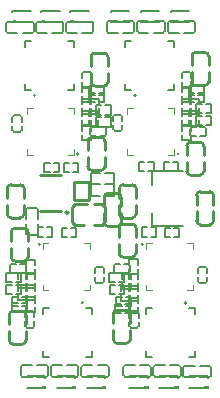
<source format=gto>
G04 Layer: TopSilkscreenLayer*
G04 EasyEDA v6.5.22, 2023-04-03 13:48:28*
G04 438ef6ab04534b949e8f413d785863a0,3cec5f453c3247449836eb28e2eac2c3,10*
G04 Gerber Generator version 0.2*
G04 Scale: 100 percent, Rotated: No, Reflected: No *
G04 Dimensions in inches *
G04 leading zeros omitted , absolute positions ,3 integer and 6 decimal *
%FSLAX36Y36*%
%MOIN*%

%ADD10C,0.0060*%
%ADD11C,0.0100*%
%ADD12C,0.0040*%
%ADD13C,0.0060*%
%ADD14C,0.0039*%
%ADD15C,0.0059*%
%ADD16C,0.0137*%

%LPD*%
G36*
X84380Y1385740D02*
G01*
X84380Y1377080D01*
X96380Y1377080D01*
X96380Y1385740D01*
G37*
G36*
X85960Y1350920D02*
G01*
X85960Y1342260D01*
X97960Y1342260D01*
X97960Y1350920D01*
G37*
G36*
X180380Y1385740D02*
G01*
X180380Y1377080D01*
X192380Y1377080D01*
X192380Y1385740D01*
G37*
G36*
X181960Y1350920D02*
G01*
X181960Y1342260D01*
X193960Y1342260D01*
X193960Y1350920D01*
G37*
G36*
X276380Y1385740D02*
G01*
X276380Y1377080D01*
X288380Y1377080D01*
X288380Y1385740D01*
G37*
G36*
X277960Y1350920D02*
G01*
X277960Y1342260D01*
X289960Y1342260D01*
X289960Y1350920D01*
G37*
G36*
X412380Y1385740D02*
G01*
X412380Y1377080D01*
X424380Y1377080D01*
X424380Y1385740D01*
G37*
G36*
X413960Y1350920D02*
G01*
X413960Y1342260D01*
X425959Y1342260D01*
X425959Y1350920D01*
G37*
G36*
X512380Y1385740D02*
G01*
X512380Y1377080D01*
X524380Y1377080D01*
X524380Y1385740D01*
G37*
G36*
X513960Y1350920D02*
G01*
X513960Y1342260D01*
X525960Y1342260D01*
X525960Y1350920D01*
G37*
G36*
X612380Y1385740D02*
G01*
X612380Y1377080D01*
X624380Y1377080D01*
X624380Y1385740D01*
G37*
G36*
X613960Y1350920D02*
G01*
X613960Y1342260D01*
X625960Y1342260D01*
X625960Y1350920D01*
G37*
G36*
X724620Y131920D02*
G01*
X724620Y123260D01*
X736620Y123260D01*
X736620Y131920D01*
G37*
G36*
X723040Y166740D02*
G01*
X723040Y158080D01*
X735040Y158080D01*
X735040Y166740D01*
G37*
G36*
X624620Y131920D02*
G01*
X624620Y123260D01*
X636620Y123260D01*
X636620Y131920D01*
G37*
G36*
X623040Y166740D02*
G01*
X623040Y158080D01*
X635040Y158080D01*
X635040Y166740D01*
G37*
G36*
X523620Y131920D02*
G01*
X523620Y123260D01*
X535620Y123260D01*
X535620Y131920D01*
G37*
G36*
X522040Y166740D02*
G01*
X522040Y158080D01*
X534040Y158080D01*
X534040Y166740D01*
G37*
G36*
X382620Y131920D02*
G01*
X382620Y123260D01*
X394620Y123260D01*
X394620Y131920D01*
G37*
G36*
X381040Y166740D02*
G01*
X381040Y158080D01*
X393040Y158080D01*
X393040Y166740D01*
G37*
G36*
X282620Y131920D02*
G01*
X282620Y123260D01*
X294620Y123260D01*
X294620Y131920D01*
G37*
G36*
X281040Y166740D02*
G01*
X281040Y158080D01*
X293040Y158080D01*
X293040Y166740D01*
G37*
G36*
X182620Y131920D02*
G01*
X182620Y123260D01*
X194620Y123260D01*
X194620Y131920D01*
G37*
G36*
X181040Y166740D02*
G01*
X181040Y158080D01*
X193039Y158080D01*
X193039Y166740D01*
G37*
D10*
X168987Y1307370D02*
G01*
X200093Y1307370D01*
X200093Y1346630D02*
G01*
X168987Y1346630D01*
X162988Y1340630D02*
G01*
X162988Y1313370D01*
X249011Y1307370D02*
G01*
X217905Y1307370D01*
X217905Y1346630D02*
G01*
X249011Y1346630D01*
X255012Y1340630D02*
G01*
X255012Y1313370D01*
X268987Y1307370D02*
G01*
X300093Y1307370D01*
X300093Y1346630D02*
G01*
X268987Y1346630D01*
X262988Y1340630D02*
G01*
X262988Y1313370D01*
X349011Y1307370D02*
G01*
X317905Y1307370D01*
X317905Y1346630D02*
G01*
X349011Y1346630D01*
X355012Y1340630D02*
G01*
X355012Y1313370D01*
X404987Y1309369D02*
G01*
X436093Y1309369D01*
X436093Y1348629D02*
G01*
X404987Y1348629D01*
X398987Y1342629D02*
G01*
X398987Y1315369D01*
X485012Y1309369D02*
G01*
X453906Y1309369D01*
X453906Y1348629D02*
G01*
X485012Y1348629D01*
X491012Y1342629D02*
G01*
X491012Y1315369D01*
D11*
X453261Y802725D02*
G01*
X484758Y802725D01*
X441062Y759034D02*
G01*
X441062Y790529D01*
X496954Y759034D02*
G01*
X496954Y790529D01*
X440832Y736361D02*
G01*
X440832Y704864D01*
X453031Y692667D02*
G01*
X484526Y692667D01*
X496723Y736361D02*
G01*
X496723Y704864D01*
D10*
X129369Y639987D02*
G01*
X129369Y671093D01*
X168629Y688906D02*
G01*
X168629Y720012D01*
X129369Y720012D02*
G01*
X129369Y688906D01*
X162629Y726012D02*
G01*
X135369Y726012D01*
X168629Y671093D02*
G01*
X168629Y639987D01*
X162629Y633987D02*
G01*
X135369Y633987D01*
D11*
X359261Y1241725D02*
G01*
X390758Y1241725D01*
X347062Y1198033D02*
G01*
X347062Y1229529D01*
X402953Y1198033D02*
G01*
X402953Y1229529D01*
X346833Y1175360D02*
G01*
X346833Y1143865D01*
X359030Y1131667D02*
G01*
X390525Y1131667D01*
X402723Y1175360D02*
G01*
X402723Y1143865D01*
X695261Y1243724D02*
G01*
X726757Y1243724D01*
X683061Y1200034D02*
G01*
X683061Y1231529D01*
X738953Y1200034D02*
G01*
X738953Y1231529D01*
X682833Y1177361D02*
G01*
X682833Y1145864D01*
X695030Y1133667D02*
G01*
X726525Y1133667D01*
X738723Y1177361D02*
G01*
X738723Y1145864D01*
D10*
X506988Y1309369D02*
G01*
X538094Y1309369D01*
X538094Y1348629D02*
G01*
X506988Y1348629D01*
X500988Y1342629D02*
G01*
X500988Y1315369D01*
X587011Y1309369D02*
G01*
X555906Y1309369D01*
X555906Y1348629D02*
G01*
X587011Y1348629D01*
X593011Y1342629D02*
G01*
X593011Y1315369D01*
X607988Y1309369D02*
G01*
X639094Y1309369D01*
X639094Y1348629D02*
G01*
X607988Y1348629D01*
X601988Y1342629D02*
G01*
X601988Y1315369D01*
X688011Y1309369D02*
G01*
X656905Y1309369D01*
X656905Y1348629D02*
G01*
X688011Y1348629D01*
X694011Y1342629D02*
G01*
X694011Y1315369D01*
X741012Y199630D02*
G01*
X709906Y199630D01*
X709906Y160369D02*
G01*
X741012Y160369D01*
X747011Y166370D02*
G01*
X747011Y193629D01*
X660988Y199630D02*
G01*
X692094Y199630D01*
X692094Y160369D02*
G01*
X660988Y160369D01*
X654987Y166370D02*
G01*
X654987Y193629D01*
D11*
X464738Y274274D02*
G01*
X433242Y274274D01*
X476938Y317966D02*
G01*
X476938Y286471D01*
X421046Y317966D02*
G01*
X421046Y286471D01*
X477166Y340639D02*
G01*
X477166Y372134D01*
X464969Y384333D02*
G01*
X433474Y384333D01*
X421277Y340639D02*
G01*
X421277Y372134D01*
D10*
X641012Y200630D02*
G01*
X609906Y200630D01*
X609906Y161370D02*
G01*
X641012Y161370D01*
X647011Y167370D02*
G01*
X647011Y194630D01*
X560988Y200630D02*
G01*
X592094Y200630D01*
X592094Y161370D02*
G01*
X560988Y161370D01*
X554987Y167370D02*
G01*
X554987Y194630D01*
X541012Y200630D02*
G01*
X509906Y200630D01*
X509906Y161370D02*
G01*
X541012Y161370D01*
X547011Y167370D02*
G01*
X547011Y194630D01*
X460988Y200630D02*
G01*
X492094Y200630D01*
X492094Y161370D02*
G01*
X460988Y161370D01*
X454987Y167370D02*
G01*
X454987Y194630D01*
X400012Y200630D02*
G01*
X368906Y200630D01*
X368906Y161370D02*
G01*
X400012Y161370D01*
X406012Y167370D02*
G01*
X406012Y194630D01*
X319987Y200630D02*
G01*
X351093Y200630D01*
X351093Y161370D02*
G01*
X319987Y161370D01*
X313987Y167370D02*
G01*
X313987Y194630D01*
X69987Y1307370D02*
G01*
X101093Y1307370D01*
X101093Y1346630D02*
G01*
X69987Y1346630D01*
X63987Y1340630D02*
G01*
X63987Y1313370D01*
X150012Y1307370D02*
G01*
X118906Y1307370D01*
X118906Y1346630D02*
G01*
X150012Y1346630D01*
X156012Y1340630D02*
G01*
X156012Y1313370D01*
D11*
X117739Y271275D02*
G01*
X86242Y271275D01*
X129938Y314965D02*
G01*
X129938Y283470D01*
X74045Y314965D02*
G01*
X74045Y283470D01*
X130167Y337638D02*
G01*
X130167Y369135D01*
X117968Y381332D02*
G01*
X86473Y381332D01*
X74277Y337638D02*
G01*
X74277Y369135D01*
D10*
X299011Y200630D02*
G01*
X267905Y200630D01*
X267905Y161370D02*
G01*
X299011Y161370D01*
X305012Y167370D02*
G01*
X305012Y194630D01*
X218987Y200630D02*
G01*
X250093Y200630D01*
X250093Y161370D02*
G01*
X218987Y161370D01*
X212988Y167370D02*
G01*
X212988Y194630D01*
X198011Y200630D02*
G01*
X166905Y200630D01*
X166905Y161370D02*
G01*
X198011Y161370D01*
X204011Y167370D02*
G01*
X204011Y194630D01*
X117988Y200630D02*
G01*
X149094Y200630D01*
X149094Y161370D02*
G01*
X117988Y161370D01*
X111988Y167370D02*
G01*
X111988Y194630D01*
D11*
X434738Y663775D02*
G01*
X403242Y663775D01*
X446938Y707465D02*
G01*
X446938Y675970D01*
X391046Y707465D02*
G01*
X391046Y675970D01*
X447166Y730138D02*
G01*
X447166Y761635D01*
X434969Y773832D02*
G01*
X403474Y773832D01*
X391277Y730138D02*
G01*
X391277Y761635D01*
D10*
X376093Y803369D02*
G01*
X347824Y803369D01*
X347824Y842629D01*
X376093Y842629D01*
X393906Y803369D02*
G01*
X422175Y803369D01*
X422175Y842629D01*
X393906Y842629D01*
X359457Y1109378D02*
G01*
X341523Y1109378D01*
X341523Y1078622D01*
X359457Y1078622D01*
X372543Y1109378D02*
G01*
X390477Y1109378D01*
X390477Y1078622D01*
X372543Y1078622D01*
X381457Y1067377D02*
G01*
X363523Y1067377D01*
X363523Y1036622D01*
X381457Y1036622D01*
X394542Y1067377D02*
G01*
X412476Y1067377D01*
X412476Y1036622D01*
X394542Y1036622D01*
X381457Y1027377D02*
G01*
X363523Y1027377D01*
X363523Y996622D01*
X381457Y996622D01*
X394542Y1027377D02*
G01*
X412476Y1027377D01*
X412476Y996622D01*
X394542Y996622D01*
X372543Y1101622D02*
G01*
X390477Y1101622D01*
X390477Y1132377D01*
X372543Y1132377D01*
X359457Y1101622D02*
G01*
X341523Y1101622D01*
X341523Y1132377D01*
X359457Y1132377D01*
X373377Y1070542D02*
G01*
X373377Y1088476D01*
X342622Y1088476D01*
X342622Y1070542D01*
X373377Y1057456D02*
G01*
X373377Y1039522D01*
X342622Y1039522D01*
X342622Y1057456D01*
X371377Y1030542D02*
G01*
X371377Y1048476D01*
X340621Y1048476D01*
X340621Y1030542D01*
X371377Y1017456D02*
G01*
X371377Y999522D01*
X340621Y999522D01*
X340621Y1017456D01*
X347377Y1030542D02*
G01*
X347377Y1048476D01*
X316622Y1048476D01*
X316622Y1030542D01*
X347377Y1017456D02*
G01*
X347377Y999522D01*
X316622Y999522D01*
X316622Y1017456D01*
X316622Y1057456D02*
G01*
X316622Y1039522D01*
X347377Y1039522D01*
X347377Y1057456D01*
X316622Y1070542D02*
G01*
X316622Y1088476D01*
X347377Y1088476D01*
X347377Y1070542D01*
X347377Y1110542D02*
G01*
X347377Y1128476D01*
X316622Y1128476D01*
X316622Y1110542D01*
X347377Y1097456D02*
G01*
X347377Y1079522D01*
X316622Y1079522D01*
X316622Y1097456D01*
X286543Y844621D02*
G01*
X304477Y844621D01*
X304477Y875378D01*
X286543Y875378D01*
X273456Y844621D02*
G01*
X255522Y844621D01*
X255522Y875378D01*
X273456Y875378D01*
X347377Y982543D02*
G01*
X347377Y1000477D01*
X316622Y1000477D01*
X316622Y982543D01*
X347377Y969457D02*
G01*
X347377Y951523D01*
X316622Y951523D01*
X316622Y969457D01*
X222543Y844621D02*
G01*
X240477Y844621D01*
X240477Y875378D01*
X222543Y875378D01*
X209457Y844621D02*
G01*
X191523Y844621D01*
X191523Y875378D01*
X209457Y875378D01*
X524956Y878377D02*
G01*
X507022Y878377D01*
X507022Y847622D01*
X524956Y847622D01*
X538042Y878377D02*
G01*
X555976Y878377D01*
X555976Y847622D01*
X538042Y847622D01*
X681377Y982541D02*
G01*
X681377Y1000475D01*
X650621Y1000475D01*
X650621Y982541D01*
X681377Y969456D02*
G01*
X681377Y951521D01*
X650621Y951521D01*
X650621Y969456D01*
X620542Y848620D02*
G01*
X638476Y848620D01*
X638476Y879376D01*
X620542Y879376D01*
X607456Y848620D02*
G01*
X589522Y848620D01*
X589522Y879376D01*
X607456Y879376D01*
X681377Y1110542D02*
G01*
X681377Y1128476D01*
X650621Y1128476D01*
X650621Y1110542D01*
X681377Y1097456D02*
G01*
X681377Y1079522D01*
X650621Y1079522D01*
X650621Y1097456D01*
X650621Y1057456D02*
G01*
X650621Y1039522D01*
X681377Y1039522D01*
X681377Y1057456D01*
X650621Y1070542D02*
G01*
X650621Y1088476D01*
X681377Y1088476D01*
X681377Y1070542D01*
X681377Y1030542D02*
G01*
X681377Y1048476D01*
X650621Y1048476D01*
X650621Y1030542D01*
X681377Y1017456D02*
G01*
X681377Y999522D01*
X650621Y999522D01*
X650621Y1017456D01*
X705378Y1030542D02*
G01*
X705378Y1048476D01*
X674621Y1048476D01*
X674621Y1030542D01*
X705378Y1017456D02*
G01*
X705378Y999522D01*
X674621Y999522D01*
X674621Y1017456D01*
X707377Y1070542D02*
G01*
X707377Y1088476D01*
X676622Y1088476D01*
X676622Y1070542D01*
X707377Y1057456D02*
G01*
X707377Y1039522D01*
X676622Y1039522D01*
X676622Y1057456D01*
X704542Y1100621D02*
G01*
X722476Y1100621D01*
X722476Y1131377D01*
X704542Y1131377D01*
X691457Y1100621D02*
G01*
X673523Y1100621D01*
X673523Y1131377D01*
X691457Y1131377D01*
X715457Y1031377D02*
G01*
X697523Y1031377D01*
X697523Y1000621D01*
X715457Y1000621D01*
X728542Y1031377D02*
G01*
X746476Y1031377D01*
X746476Y1000621D01*
X728542Y1000621D01*
X715457Y1071377D02*
G01*
X697523Y1071377D01*
X697523Y1040621D01*
X715457Y1040621D01*
X728542Y1071377D02*
G01*
X746476Y1071377D01*
X746476Y1040621D01*
X728542Y1040621D01*
X691457Y1109376D02*
G01*
X673523Y1109376D01*
X673523Y1078620D01*
X691457Y1078620D01*
X704542Y1109376D02*
G01*
X722476Y1109376D01*
X722476Y1078620D01*
X704542Y1078620D01*
X610457Y659378D02*
G01*
X592523Y659378D01*
X592523Y628622D01*
X610457Y628622D01*
X623542Y659378D02*
G01*
X641476Y659378D01*
X641476Y628622D01*
X623542Y628622D01*
X472622Y522456D02*
G01*
X472622Y504522D01*
X503377Y504522D01*
X503377Y522456D01*
X472622Y535542D02*
G01*
X472622Y553476D01*
X503377Y553476D01*
X503377Y535542D01*
X533456Y660378D02*
G01*
X515522Y660378D01*
X515522Y629621D01*
X533456Y629621D01*
X546543Y660378D02*
G01*
X564477Y660378D01*
X564477Y629621D01*
X546543Y629621D01*
X472622Y394457D02*
G01*
X472622Y376523D01*
X503377Y376523D01*
X503377Y394457D01*
X472622Y407543D02*
G01*
X472622Y425477D01*
X503377Y425477D01*
X503377Y407543D01*
X503377Y447543D02*
G01*
X503377Y465477D01*
X472622Y465477D01*
X472622Y447543D01*
X503377Y434457D02*
G01*
X503377Y416523D01*
X472622Y416523D01*
X472622Y434457D01*
X472622Y474457D02*
G01*
X472622Y456523D01*
X503377Y456523D01*
X503377Y474457D01*
X472622Y487543D02*
G01*
X472622Y505477D01*
X503377Y505477D01*
X503377Y487543D01*
X448622Y474457D02*
G01*
X448622Y456523D01*
X479378Y456523D01*
X479378Y474457D01*
X448622Y487543D02*
G01*
X448622Y505477D01*
X479378Y505477D01*
X479378Y487543D01*
X446622Y434457D02*
G01*
X446622Y416523D01*
X477377Y416523D01*
X477377Y434457D01*
X446622Y447543D02*
G01*
X446622Y465477D01*
X477377Y465477D01*
X477377Y447543D01*
X445457Y404378D02*
G01*
X427523Y404378D01*
X427523Y373622D01*
X445457Y373622D01*
X458542Y404378D02*
G01*
X476476Y404378D01*
X476476Y373622D01*
X458542Y373622D01*
X438542Y477622D02*
G01*
X456476Y477622D01*
X456476Y508377D01*
X438542Y508377D01*
X425457Y477622D02*
G01*
X407523Y477622D01*
X407523Y508377D01*
X425457Y508377D01*
X439542Y437622D02*
G01*
X457476Y437622D01*
X457476Y468377D01*
X439542Y468377D01*
X426457Y437622D02*
G01*
X408523Y437622D01*
X408523Y468377D01*
X426457Y468377D01*
X462543Y397622D02*
G01*
X480477Y397622D01*
X480477Y428377D01*
X462543Y428377D01*
X449457Y397622D02*
G01*
X431523Y397622D01*
X431523Y428377D01*
X449457Y428377D01*
X266457Y659378D02*
G01*
X248523Y659378D01*
X248523Y628622D01*
X266457Y628622D01*
X279542Y659378D02*
G01*
X297476Y659378D01*
X297476Y628622D01*
X279542Y628622D01*
X128622Y521457D02*
G01*
X128622Y503523D01*
X159378Y503523D01*
X159378Y521457D01*
X128622Y534542D02*
G01*
X128622Y552476D01*
X159378Y552476D01*
X159378Y534542D01*
X187456Y660378D02*
G01*
X169522Y660378D01*
X169522Y629621D01*
X187456Y629621D01*
X200542Y660378D02*
G01*
X218476Y660378D01*
X218476Y629621D01*
X200542Y629621D01*
X128622Y396457D02*
G01*
X128622Y378523D01*
X159378Y378523D01*
X159378Y396457D01*
X128622Y409542D02*
G01*
X128622Y427476D01*
X159378Y427476D01*
X159378Y409542D01*
X160378Y449542D02*
G01*
X160378Y467476D01*
X129621Y467476D01*
X129621Y449542D01*
X160378Y436457D02*
G01*
X160378Y418523D01*
X129621Y418523D01*
X129621Y436457D01*
X128622Y476457D02*
G01*
X128622Y458523D01*
X159378Y458523D01*
X159378Y476457D01*
X128622Y489542D02*
G01*
X128622Y507476D01*
X159378Y507476D01*
X159378Y489542D01*
X103622Y476457D02*
G01*
X103622Y458523D01*
X134378Y458523D01*
X134378Y476457D01*
X103622Y489542D02*
G01*
X103622Y507476D01*
X134378Y507476D01*
X134378Y489542D01*
X102622Y436457D02*
G01*
X102622Y418523D01*
X133377Y418523D01*
X133377Y436457D01*
X102622Y449542D02*
G01*
X102622Y467476D01*
X133377Y467476D01*
X133377Y449542D01*
X102456Y408377D02*
G01*
X84522Y408377D01*
X84522Y377622D01*
X102456Y377622D01*
X115542Y408377D02*
G01*
X133476Y408377D01*
X133476Y377622D01*
X115542Y377622D01*
X95542Y477622D02*
G01*
X113476Y477622D01*
X113476Y508377D01*
X95542Y508377D01*
X82456Y477622D02*
G01*
X64522Y477622D01*
X64522Y508377D01*
X82456Y508377D01*
X95542Y437622D02*
G01*
X113476Y437622D01*
X113476Y468377D01*
X95542Y468377D01*
X82456Y437622D02*
G01*
X64522Y437622D01*
X64522Y468377D01*
X82456Y468377D01*
X115542Y397622D02*
G01*
X133476Y397622D01*
X133476Y428377D01*
X115542Y428377D01*
X102456Y397622D02*
G01*
X84522Y397622D01*
X84522Y428377D01*
X102456Y428377D01*
D12*
X271055Y1058739D02*
G01*
X290740Y1058739D01*
X290740Y1039054D01*
X133260Y1039054D02*
G01*
X133260Y1058739D01*
X152944Y1058739D01*
X152944Y901260D02*
G01*
X133260Y901260D01*
X133260Y920945D01*
X290740Y920945D02*
G01*
X290740Y901260D01*
X271055Y901260D01*
X605055Y1058739D02*
G01*
X624740Y1058739D01*
X624740Y1039054D01*
X467260Y1039054D02*
G01*
X467260Y1058739D01*
X486945Y1058739D01*
X486945Y901259D02*
G01*
X467260Y901259D01*
X467260Y920943D01*
X624740Y920943D02*
G01*
X624740Y901259D01*
X605055Y901259D01*
X548944Y450259D02*
G01*
X529259Y450259D01*
X529259Y469944D01*
X686739Y469944D02*
G01*
X686739Y450259D01*
X667055Y450259D01*
X667055Y607739D02*
G01*
X686739Y607739D01*
X686739Y588054D01*
X529259Y588054D02*
G01*
X529259Y607739D01*
X548944Y607739D01*
X204944Y450259D02*
G01*
X185259Y450259D01*
X185259Y469944D01*
X342739Y469944D02*
G01*
X342739Y450259D01*
X323054Y450259D01*
X323054Y607739D02*
G01*
X342739Y607739D01*
X342739Y588054D01*
X185259Y588054D02*
G01*
X185259Y607739D01*
X204944Y607739D01*
D10*
X126260Y1262224D02*
G01*
X126260Y1281739D01*
X145776Y1281739D01*
X289740Y1262224D02*
G01*
X289740Y1281739D01*
X270223Y1281739D01*
X126260Y1137775D02*
G01*
X126260Y1118260D01*
X145776Y1118260D01*
X289740Y1137775D02*
G01*
X289740Y1118260D01*
X270223Y1118260D01*
X460259Y1262222D02*
G01*
X460259Y1281738D01*
X479776Y1281738D01*
X623739Y1262222D02*
G01*
X623739Y1281738D01*
X604223Y1281738D01*
X460259Y1137775D02*
G01*
X460259Y1118258D01*
X479776Y1118258D01*
X623739Y1137775D02*
G01*
X623739Y1118258D01*
X604223Y1118258D01*
X693739Y246775D02*
G01*
X693739Y227260D01*
X674223Y227260D01*
X530259Y246775D02*
G01*
X530259Y227260D01*
X549776Y227260D01*
X693739Y371224D02*
G01*
X693739Y390740D01*
X674223Y390740D01*
X530259Y371224D02*
G01*
X530259Y390740D01*
X549776Y390740D01*
X349740Y246775D02*
G01*
X349740Y227260D01*
X330223Y227260D01*
X186260Y246775D02*
G01*
X186260Y227260D01*
X205776Y227260D01*
X349740Y371224D02*
G01*
X349740Y390740D01*
X330223Y390740D01*
X186260Y371224D02*
G01*
X186260Y390740D01*
X205776Y390740D01*
D13*
X84016Y1349708D02*
G01*
X84016Y1345264D01*
X93395Y1345264D01*
X93378Y1382748D02*
G01*
X84000Y1382748D01*
X84000Y1378000D01*
D10*
X93378Y1382748D02*
G01*
X146621Y1382748D01*
X93378Y1345252D02*
G01*
X146621Y1345252D01*
D13*
X180016Y1349708D02*
G01*
X180016Y1345264D01*
X189394Y1345264D01*
X189378Y1382748D02*
G01*
X180000Y1382748D01*
X180000Y1378000D01*
D10*
X189378Y1382748D02*
G01*
X242620Y1382748D01*
X189378Y1345252D02*
G01*
X242620Y1345252D01*
D13*
X276015Y1349708D02*
G01*
X276015Y1345264D01*
X285394Y1345264D01*
X285378Y1382748D02*
G01*
X275999Y1382748D01*
X275999Y1378000D01*
D10*
X285378Y1382748D02*
G01*
X338620Y1382748D01*
X285378Y1345252D02*
G01*
X338620Y1345252D01*
D13*
X412015Y1349708D02*
G01*
X412015Y1345264D01*
X421395Y1345264D01*
X421379Y1382748D02*
G01*
X411999Y1382748D01*
X411999Y1378000D01*
D10*
X421379Y1382748D02*
G01*
X474621Y1382748D01*
X421379Y1345252D02*
G01*
X474621Y1345252D01*
D13*
X512015Y1349708D02*
G01*
X512015Y1345264D01*
X521395Y1345264D01*
X521379Y1382748D02*
G01*
X511999Y1382748D01*
X511999Y1378000D01*
D10*
X521379Y1382748D02*
G01*
X574621Y1382748D01*
X521379Y1345252D02*
G01*
X574621Y1345252D01*
D13*
X612015Y1349708D02*
G01*
X612015Y1345264D01*
X621395Y1345264D01*
X621379Y1382748D02*
G01*
X611999Y1382748D01*
X611999Y1378000D01*
D10*
X621379Y1382748D02*
G01*
X674621Y1382748D01*
X621379Y1345252D02*
G01*
X674621Y1345252D01*
D13*
X736984Y159292D02*
G01*
X736984Y163735D01*
X727604Y163735D01*
X727620Y126251D02*
G01*
X736999Y126251D01*
X736999Y130999D01*
D10*
X727620Y126251D02*
G01*
X674378Y126251D01*
X727620Y163748D02*
G01*
X674378Y163748D01*
D13*
X636984Y159292D02*
G01*
X636984Y163735D01*
X627604Y163735D01*
X627620Y126251D02*
G01*
X636999Y126251D01*
X636999Y130999D01*
D10*
X627620Y126251D02*
G01*
X574378Y126251D01*
X627620Y163748D02*
G01*
X574378Y163748D01*
D13*
X535983Y159292D02*
G01*
X535983Y163735D01*
X526604Y163735D01*
X526621Y126251D02*
G01*
X535999Y126251D01*
X535999Y130999D01*
D10*
X526621Y126251D02*
G01*
X473378Y126251D01*
X526621Y163748D02*
G01*
X473378Y163748D01*
D13*
X394983Y159292D02*
G01*
X394983Y163735D01*
X385605Y163735D01*
X385621Y126251D02*
G01*
X395000Y126251D01*
X395000Y130999D01*
D10*
X385621Y126251D02*
G01*
X332379Y126251D01*
X385621Y163748D02*
G01*
X332379Y163748D01*
D13*
X294983Y159292D02*
G01*
X294983Y163735D01*
X285605Y163735D01*
X285621Y126251D02*
G01*
X295000Y126251D01*
X295000Y130999D01*
D10*
X285621Y126251D02*
G01*
X232379Y126251D01*
X285621Y163748D02*
G01*
X232379Y163748D01*
D13*
X194983Y159292D02*
G01*
X194983Y163735D01*
X185605Y163735D01*
X185621Y126251D02*
G01*
X195000Y126251D01*
X195000Y130999D01*
D10*
X185621Y126251D02*
G01*
X132379Y126251D01*
X185621Y163748D02*
G01*
X132379Y163748D01*
D11*
X294000Y751999D02*
G01*
X334000Y751999D01*
X339000Y751999D01*
X339000Y811999D01*
X289000Y811999D01*
X289000Y751999D01*
X294000Y751999D01*
X294000Y736999D02*
G01*
X334000Y736999D01*
X384688Y666999D02*
G01*
X394688Y676999D01*
X394688Y726999D01*
X384688Y736999D01*
X384688Y666999D02*
G01*
X355412Y666999D01*
X384688Y736999D02*
G01*
X355412Y736999D01*
X294720Y736999D02*
G01*
X284720Y726999D01*
X284720Y676999D01*
X294720Y666999D01*
X294720Y666999D02*
G01*
X323996Y666999D01*
X294720Y736999D02*
G01*
X323996Y736999D01*
D10*
X393906Y803629D02*
G01*
X422175Y803629D01*
X422175Y764369D01*
X393906Y764369D01*
X376093Y803629D02*
G01*
X347824Y803629D01*
X347824Y764369D01*
X376093Y764369D01*
D11*
X176567Y836019D02*
G01*
X247433Y836019D01*
X176567Y713971D02*
G01*
X247433Y713971D01*
D10*
X653157Y847087D02*
G01*
X548733Y847087D01*
X548733Y801858D01*
X653157Y663922D02*
G01*
X548733Y663922D01*
X548733Y709151D01*
D11*
X379738Y850774D02*
G01*
X348242Y850774D01*
X391938Y894466D02*
G01*
X391938Y862970D01*
X336046Y894466D02*
G01*
X336046Y862970D01*
X392166Y917139D02*
G01*
X392166Y948634D01*
X379969Y960832D02*
G01*
X348474Y960832D01*
X336277Y917139D02*
G01*
X336277Y948634D01*
D10*
X348377Y1131451D02*
G01*
X348377Y1145956D01*
X317622Y1145956D02*
G01*
X317622Y1131451D01*
X323622Y1125450D02*
G01*
X342377Y1125450D01*
X348377Y1173548D02*
G01*
X348377Y1159043D01*
X317622Y1159043D02*
G01*
X317622Y1173548D01*
X323622Y1179549D02*
G01*
X342377Y1179549D01*
X450877Y988451D02*
G01*
X450877Y1002957D01*
X420122Y1002957D02*
G01*
X420122Y988451D01*
X426122Y982451D02*
G01*
X444877Y982451D01*
X450877Y1030549D02*
G01*
X450877Y1016042D01*
X420122Y1016042D02*
G01*
X420122Y1030549D01*
X426122Y1036549D02*
G01*
X444877Y1036549D01*
X115877Y985450D02*
G01*
X115877Y999956D01*
X85122Y999956D02*
G01*
X85122Y985450D01*
X91122Y979450D02*
G01*
X109877Y979450D01*
X115877Y1027548D02*
G01*
X115877Y1013042D01*
X85122Y1013042D02*
G01*
X85122Y1027548D01*
X91122Y1033548D02*
G01*
X109877Y1033548D01*
X392049Y995378D02*
G01*
X377543Y995378D01*
X377543Y964621D02*
G01*
X392049Y964621D01*
X398049Y970621D02*
G01*
X398049Y989378D01*
X349951Y995378D02*
G01*
X364457Y995378D01*
X364457Y964621D02*
G01*
X349951Y964621D01*
X343951Y970621D02*
G01*
X343951Y989378D01*
X681377Y1130951D02*
G01*
X681377Y1145457D01*
X650621Y1145457D02*
G01*
X650621Y1130951D01*
X656622Y1124951D02*
G01*
X675378Y1124951D01*
X681377Y1173049D02*
G01*
X681377Y1158542D01*
X650621Y1158542D02*
G01*
X650621Y1173049D01*
X656622Y1179049D02*
G01*
X675378Y1179049D01*
D11*
X709738Y834774D02*
G01*
X678242Y834774D01*
X721938Y878465D02*
G01*
X721938Y846970D01*
X666046Y878465D02*
G01*
X666046Y846970D01*
X722166Y901138D02*
G01*
X722166Y932635D01*
X709969Y944832D02*
G01*
X678474Y944832D01*
X666277Y901138D02*
G01*
X666277Y932635D01*
X452761Y671725D02*
G01*
X484257Y671725D01*
X440561Y628033D02*
G01*
X440561Y659529D01*
X496453Y628033D02*
G01*
X496453Y659529D01*
X440333Y605360D02*
G01*
X440333Y573865D01*
X452530Y561667D02*
G01*
X484025Y561667D01*
X496222Y605360D02*
G01*
X496222Y573865D01*
D10*
X725549Y994378D02*
G01*
X711042Y994378D01*
X711042Y963622D02*
G01*
X725549Y963622D01*
X731549Y969621D02*
G01*
X731549Y988377D01*
X683451Y994378D02*
G01*
X697957Y994378D01*
X697957Y963622D02*
G01*
X683451Y963622D01*
X677451Y969621D02*
G01*
X677451Y988377D01*
X703121Y523049D02*
G01*
X703121Y508542D01*
X733877Y508542D02*
G01*
X733877Y523049D01*
X727878Y529049D02*
G01*
X709122Y529049D01*
X703121Y480951D02*
G01*
X703121Y495457D01*
X733877Y495457D02*
G01*
X733877Y480951D01*
X727878Y474951D02*
G01*
X709122Y474951D01*
X475122Y374049D02*
G01*
X475122Y359542D01*
X505877Y359542D02*
G01*
X505877Y374049D01*
X499877Y380048D02*
G01*
X481122Y380048D01*
X475122Y331950D02*
G01*
X475122Y346457D01*
X505877Y346457D02*
G01*
X505877Y331950D01*
X499877Y325951D02*
G01*
X481122Y325951D01*
D11*
X93261Y658225D02*
G01*
X124758Y658225D01*
X81062Y614533D02*
G01*
X81062Y646028D01*
X136954Y614533D02*
G01*
X136954Y646028D01*
X80832Y591860D02*
G01*
X80832Y560365D01*
X93031Y548166D02*
G01*
X124526Y548166D01*
X136723Y591860D02*
G01*
X136723Y560365D01*
D10*
X429450Y507622D02*
G01*
X443957Y507622D01*
X443957Y538377D02*
G01*
X429450Y538377D01*
X423451Y532377D02*
G01*
X423451Y513622D01*
X471549Y507622D02*
G01*
X457042Y507622D01*
X457042Y538377D02*
G01*
X471549Y538377D01*
X477548Y532377D02*
G01*
X477548Y513622D01*
X358622Y522548D02*
G01*
X358622Y508042D01*
X389378Y508042D02*
G01*
X389378Y522548D01*
X383377Y528548D02*
G01*
X364621Y528548D01*
X358622Y480450D02*
G01*
X358622Y494956D01*
X389378Y494956D02*
G01*
X389378Y480450D01*
X383377Y474450D02*
G01*
X364621Y474450D01*
D11*
X711260Y779724D02*
G01*
X742757Y779724D01*
X699061Y736033D02*
G01*
X699061Y767528D01*
X754953Y736033D02*
G01*
X754953Y767528D01*
X698832Y713360D02*
G01*
X698832Y681864D01*
X711030Y669666D02*
G01*
X742525Y669666D01*
X754722Y713360D02*
G01*
X754722Y681864D01*
D10*
X82451Y508121D02*
G01*
X96957Y508121D01*
X96957Y538877D02*
G01*
X82451Y538877D01*
X76451Y532878D02*
G01*
X76451Y514122D01*
X124549Y508121D02*
G01*
X110043Y508121D01*
X110043Y538877D02*
G01*
X124549Y538877D01*
X130549Y532878D02*
G01*
X130549Y514122D01*
X127622Y374549D02*
G01*
X127622Y360043D01*
X158377Y360043D02*
G01*
X158377Y374549D01*
X152377Y380549D02*
G01*
X133622Y380549D01*
X127622Y332451D02*
G01*
X127622Y346957D01*
X158377Y346957D02*
G01*
X158377Y332451D01*
X152377Y326451D02*
G01*
X133622Y326451D01*
D11*
X79760Y802725D02*
G01*
X111257Y802725D01*
X67561Y759034D02*
G01*
X67561Y790529D01*
X123454Y759034D02*
G01*
X123454Y790529D01*
X67332Y736361D02*
G01*
X67332Y704864D01*
X79531Y692667D02*
G01*
X111026Y692667D01*
X123222Y736361D02*
G01*
X123222Y704864D01*
D10*
G75*
G01*
X168988Y1346630D02*
G03*
X162988Y1340630I0J-6000D01*
G75*
G01*
X162988Y1313370D02*
G03*
X168988Y1307370I6000J0D01*
G75*
G01*
X249012Y1346630D02*
G02*
X255012Y1340630I0J-6000D01*
G75*
G01*
X255012Y1313370D02*
G02*
X249012Y1307370I-6000J0D01*
G75*
G01*
X268988Y1346630D02*
G03*
X262988Y1340630I0J-6000D01*
G75*
G01*
X262988Y1313370D02*
G03*
X268988Y1307370I6000J0D01*
G75*
G01*
X349012Y1346630D02*
G02*
X355012Y1340630I0J-6000D01*
G75*
G01*
X355012Y1313370D02*
G02*
X349012Y1307370I-6000J0D01*
G75*
G01*
X404988Y1348630D02*
G03*
X398988Y1342630I0J-6000D01*
G75*
G01*
X398988Y1315370D02*
G03*
X404988Y1309370I6000J0D01*
G75*
G01*
X485012Y1348630D02*
G02*
X491012Y1342630I0J-6000D01*
G75*
G01*
X491012Y1315370D02*
G02*
X485012Y1309370I-6000J0D01*
D11*
G75*
G01*
X453031Y692665D02*
G02*
X440833Y704863I0J12198D01*
G75*
G01*
X496725Y704863D02*
G02*
X484526Y692665I-12198J0D01*
G75*
G01*
X441062Y790527D02*
G02*
X453261Y802725I12198J0D01*
G75*
G01*
X484756Y802725D02*
G02*
X496954Y790527I0J-12198D01*
D10*
G75*
G01*
X168630Y720012D02*
G03*
X162630Y726012I-6000J0D01*
G75*
G01*
X135370Y726012D02*
G03*
X129370Y720012I0J-6000D01*
G75*
G01*
X168630Y639988D02*
G02*
X162630Y633988I-6000J0D01*
G75*
G01*
X135370Y633988D02*
G02*
X129370Y639988I0J6000D01*
D11*
G75*
G01*
X359031Y1131665D02*
G02*
X346833Y1143863I0J12198D01*
G75*
G01*
X402725Y1143863D02*
G02*
X390526Y1131665I-12198J0D01*
G75*
G01*
X347062Y1229527D02*
G02*
X359261Y1241725I12198J0D01*
G75*
G01*
X390756Y1241725D02*
G02*
X402954Y1229527I0J-12198D01*
G75*
G01*
X695031Y1133665D02*
G02*
X682833Y1145863I0J12198D01*
G75*
G01*
X738725Y1145863D02*
G02*
X726526Y1133665I-12198J0D01*
G75*
G01*
X683062Y1231527D02*
G02*
X695261Y1243725I12198J0D01*
G75*
G01*
X726756Y1243725D02*
G02*
X738954Y1231527I0J-12198D01*
D10*
G75*
G01*
X506988Y1348630D02*
G03*
X500988Y1342630I0J-6000D01*
G75*
G01*
X500988Y1315370D02*
G03*
X506988Y1309370I6000J0D01*
G75*
G01*
X587012Y1348630D02*
G02*
X593012Y1342630I0J-6000D01*
G75*
G01*
X593012Y1315370D02*
G02*
X587012Y1309370I-6000J0D01*
G75*
G01*
X607988Y1348630D02*
G03*
X601988Y1342630I0J-6000D01*
G75*
G01*
X601988Y1315370D02*
G03*
X607988Y1309370I6000J0D01*
G75*
G01*
X688012Y1348630D02*
G02*
X694012Y1342630I0J-6000D01*
G75*
G01*
X694012Y1315370D02*
G02*
X688012Y1309370I-6000J0D01*
G75*
G01*
X741012Y160370D02*
G03*
X747012Y166370I0J6000D01*
G75*
G01*
X747012Y193630D02*
G03*
X741012Y199630I-6000J0D01*
G75*
G01*
X660988Y160370D02*
G02*
X654988Y166370I0J6000D01*
G75*
G01*
X654988Y193630D02*
G02*
X660988Y199630I6000J0D01*
D11*
G75*
G01*
X464969Y384335D02*
G02*
X477167Y372137I0J-12198D01*
G75*
G01*
X421275Y372137D02*
G02*
X433474Y384335I12198J0D01*
G75*
G01*
X476938Y286473D02*
G02*
X464739Y274275I-12198J0D01*
G75*
G01*
X433244Y274275D02*
G02*
X421046Y286473I0J12198D01*
D10*
G75*
G01*
X641012Y161370D02*
G03*
X647012Y167370I0J6000D01*
G75*
G01*
X647012Y194630D02*
G03*
X641012Y200630I-6000J0D01*
G75*
G01*
X560988Y161370D02*
G02*
X554988Y167370I0J6000D01*
G75*
G01*
X554988Y194630D02*
G02*
X560988Y200630I6000J0D01*
G75*
G01*
X541012Y161370D02*
G03*
X547012Y167370I0J6000D01*
G75*
G01*
X547012Y194630D02*
G03*
X541012Y200630I-6000J0D01*
G75*
G01*
X460988Y161370D02*
G02*
X454988Y167370I0J6000D01*
G75*
G01*
X454988Y194630D02*
G02*
X460988Y200630I6000J0D01*
G75*
G01*
X400012Y161370D02*
G03*
X406012Y167370I0J6000D01*
G75*
G01*
X406012Y194630D02*
G03*
X400012Y200630I-6000J0D01*
G75*
G01*
X319988Y161370D02*
G02*
X313988Y167370I0J6000D01*
G75*
G01*
X313988Y194630D02*
G02*
X319988Y200630I6000J0D01*
G75*
G01*
X69988Y1346630D02*
G03*
X63988Y1340630I0J-6000D01*
G75*
G01*
X63988Y1313370D02*
G03*
X69988Y1307370I6000J0D01*
G75*
G01*
X150012Y1346630D02*
G02*
X156012Y1340630I0J-6000D01*
G75*
G01*
X156012Y1313370D02*
G02*
X150012Y1307370I-6000J0D01*
D11*
G75*
G01*
X117969Y381335D02*
G02*
X130167Y369137I0J-12198D01*
G75*
G01*
X74275Y369137D02*
G02*
X86474Y381335I12198J0D01*
G75*
G01*
X129938Y283473D02*
G02*
X117739Y271275I-12198J0D01*
G75*
G01*
X86244Y271275D02*
G02*
X74046Y283473I0J12198D01*
D10*
G75*
G01*
X299012Y161370D02*
G03*
X305012Y167370I0J6000D01*
G75*
G01*
X305012Y194630D02*
G03*
X299012Y200630I-6000J0D01*
G75*
G01*
X218988Y161370D02*
G02*
X212988Y167370I0J6000D01*
G75*
G01*
X212988Y194630D02*
G02*
X218988Y200630I6000J0D01*
G75*
G01*
X198012Y161370D02*
G03*
X204012Y167370I0J6000D01*
G75*
G01*
X204012Y194630D02*
G03*
X198012Y200630I-6000J0D01*
G75*
G01*
X117988Y161370D02*
G02*
X111988Y167370I0J6000D01*
G75*
G01*
X111988Y194630D02*
G02*
X117988Y200630I6000J0D01*
D11*
G75*
G01*
X434969Y773835D02*
G02*
X447167Y761637I0J-12198D01*
G75*
G01*
X391275Y761637D02*
G02*
X403474Y773835I12198J0D01*
G75*
G01*
X446938Y675973D02*
G02*
X434739Y663775I-12198J0D01*
G75*
G01*
X403244Y663775D02*
G02*
X391046Y675973I0J12198D01*
G75*
G01*
X379969Y960835D02*
G02*
X392167Y948637I0J-12198D01*
G75*
G01*
X336275Y948637D02*
G02*
X348474Y960835I12198J0D01*
G75*
G01*
X391938Y862973D02*
G02*
X379739Y850775I-12198J0D01*
G75*
G01*
X348244Y850775D02*
G02*
X336046Y862973I0J12198D01*
D10*
G75*
G01*
X317622Y1131451D02*
G03*
X323622Y1125451I6000J0D01*
G75*
G01*
X342378Y1125451D02*
G03*
X348378Y1131451I0J6000D01*
G75*
G01*
X317622Y1173549D02*
G02*
X323622Y1179549I6000J0D01*
G75*
G01*
X342378Y1179549D02*
G02*
X348378Y1173549I0J-6000D01*
G75*
G01*
X420122Y988451D02*
G03*
X426122Y982451I6000J0D01*
G75*
G01*
X444878Y982451D02*
G03*
X450878Y988451I0J6000D01*
G75*
G01*
X420122Y1030549D02*
G02*
X426122Y1036549I6000J0D01*
G75*
G01*
X444878Y1036549D02*
G02*
X450878Y1030549I0J-6000D01*
G75*
G01*
X85122Y985451D02*
G03*
X91122Y979451I6000J0D01*
G75*
G01*
X109878Y979451D02*
G03*
X115878Y985451I0J6000D01*
G75*
G01*
X85122Y1027549D02*
G02*
X91122Y1033549I6000J0D01*
G75*
G01*
X109878Y1033549D02*
G02*
X115878Y1027549I0J-6000D01*
G75*
G01*
X392049Y964622D02*
G03*
X398049Y970622I0J6000D01*
G75*
G01*
X398049Y989378D02*
G03*
X392049Y995378I-6000J0D01*
G75*
G01*
X349951Y964622D02*
G02*
X343951Y970622I0J6000D01*
G75*
G01*
X343951Y989378D02*
G02*
X349951Y995378I6000J0D01*
G75*
G01*
X650622Y1130951D02*
G03*
X656622Y1124951I6000J0D01*
G75*
G01*
X675378Y1124951D02*
G03*
X681378Y1130951I0J6000D01*
G75*
G01*
X650622Y1173049D02*
G02*
X656622Y1179049I6000J0D01*
G75*
G01*
X675378Y1179049D02*
G02*
X681378Y1173049I0J-6000D01*
D11*
G75*
G01*
X709969Y944835D02*
G02*
X722167Y932637I0J-12198D01*
G75*
G01*
X666275Y932637D02*
G02*
X678474Y944835I12198J0D01*
G75*
G01*
X721938Y846973D02*
G02*
X709739Y834775I-12198J0D01*
G75*
G01*
X678244Y834775D02*
G02*
X666046Y846973I0J12198D01*
G75*
G01*
X452531Y561665D02*
G02*
X440333Y573863I0J12198D01*
G75*
G01*
X496225Y573863D02*
G02*
X484026Y561665I-12198J0D01*
G75*
G01*
X440562Y659527D02*
G02*
X452761Y671725I12198J0D01*
G75*
G01*
X484256Y671725D02*
G02*
X496454Y659527I0J-12198D01*
D10*
G75*
G01*
X725549Y963622D02*
G03*
X731549Y969622I0J6000D01*
G75*
G01*
X731549Y988378D02*
G03*
X725549Y994378I-6000J0D01*
G75*
G01*
X683451Y963622D02*
G02*
X677451Y969622I0J6000D01*
G75*
G01*
X677451Y988378D02*
G02*
X683451Y994378I6000J0D01*
G75*
G01*
X733878Y523049D02*
G03*
X727878Y529049I-6000J0D01*
G75*
G01*
X709122Y529049D02*
G03*
X703122Y523049I0J-6000D01*
G75*
G01*
X733878Y480951D02*
G02*
X727878Y474951I-6000J0D01*
G75*
G01*
X709122Y474951D02*
G02*
X703122Y480951I0J6000D01*
G75*
G01*
X505878Y374049D02*
G03*
X499878Y380049I-6000J0D01*
G75*
G01*
X481122Y380049D02*
G03*
X475122Y374049I0J-6000D01*
G75*
G01*
X505878Y331951D02*
G02*
X499878Y325951I-6000J0D01*
G75*
G01*
X481122Y325951D02*
G02*
X475122Y331951I0J6000D01*
D11*
G75*
G01*
X93031Y548165D02*
G02*
X80833Y560363I0J12198D01*
G75*
G01*
X136725Y560363D02*
G02*
X124526Y548165I-12198J0D01*
G75*
G01*
X81062Y646027D02*
G02*
X93261Y658225I12198J0D01*
G75*
G01*
X124756Y658225D02*
G02*
X136954Y646027I0J-12198D01*
D10*
G75*
G01*
X429451Y538378D02*
G03*
X423451Y532378I0J-6000D01*
G75*
G01*
X423451Y513622D02*
G03*
X429451Y507622I6000J0D01*
G75*
G01*
X471549Y538378D02*
G02*
X477549Y532378I0J-6000D01*
G75*
G01*
X477549Y513622D02*
G02*
X471549Y507622I-6000J0D01*
G75*
G01*
X389378Y522549D02*
G03*
X383378Y528549I-6000J0D01*
G75*
G01*
X364622Y528549D02*
G03*
X358622Y522549I0J-6000D01*
G75*
G01*
X389378Y480451D02*
G02*
X383378Y474451I-6000J0D01*
G75*
G01*
X364622Y474451D02*
G02*
X358622Y480451I0J6000D01*
D11*
G75*
G01*
X711031Y669665D02*
G02*
X698833Y681863I0J12198D01*
G75*
G01*
X754725Y681863D02*
G02*
X742526Y669665I-12198J0D01*
G75*
G01*
X699062Y767527D02*
G02*
X711261Y779725I12198J0D01*
G75*
G01*
X742756Y779725D02*
G02*
X754954Y767527I0J-12198D01*
D10*
G75*
G01*
X82451Y538878D02*
G03*
X76451Y532878I0J-6000D01*
G75*
G01*
X76451Y514122D02*
G03*
X82451Y508122I6000J0D01*
G75*
G01*
X124549Y538878D02*
G02*
X130549Y532878I0J-6000D01*
G75*
G01*
X130549Y514122D02*
G02*
X124549Y508122I-6000J0D01*
G75*
G01*
X158378Y374549D02*
G03*
X152378Y380549I-6000J0D01*
G75*
G01*
X133622Y380549D02*
G03*
X127622Y374549I0J-6000D01*
G75*
G01*
X158378Y332451D02*
G02*
X152378Y326451I-6000J0D01*
G75*
G01*
X133622Y326451D02*
G02*
X127622Y332451I0J6000D01*
D11*
G75*
G01*
X79531Y692665D02*
G02*
X67333Y704863I0J12198D01*
G75*
G01*
X123225Y704863D02*
G02*
X111026Y692665I-12198J0D01*
G75*
G01*
X67562Y790527D02*
G02*
X79761Y802725I12198J0D01*
G75*
G01*
X111256Y802725D02*
G02*
X123454Y790527I0J-12198D01*
D14*
G75*
G01
X305900Y905000D02*
G03X305900Y905000I-3900J0D01*
G75*
G01
X639900Y905000D02*
G03X639900Y905000I-3900J0D01*
G75*
G01
X521900Y604000D02*
G03X521900Y604000I-3900J0D01*
G75*
G01
X177900Y604000D02*
G03X177900Y604000I-3900J0D01*
D15*
G75*
G01
X161740Y1100000D02*
G03X161740Y1100000I-2950J0D01*
G75*
G01
X495740Y1100000D02*
G03X495740Y1100000I-2950J0D01*
G75*
G01
X664160Y409000D02*
G03X664160Y409000I-2950J0D01*
G75*
G01
X320160Y409000D02*
G03X320160Y409000I-2950J0D01*
D11*
G75*
G01
X272000Y710000D02*
G03X272000Y710000I-5000J0D01*
M02*

</source>
